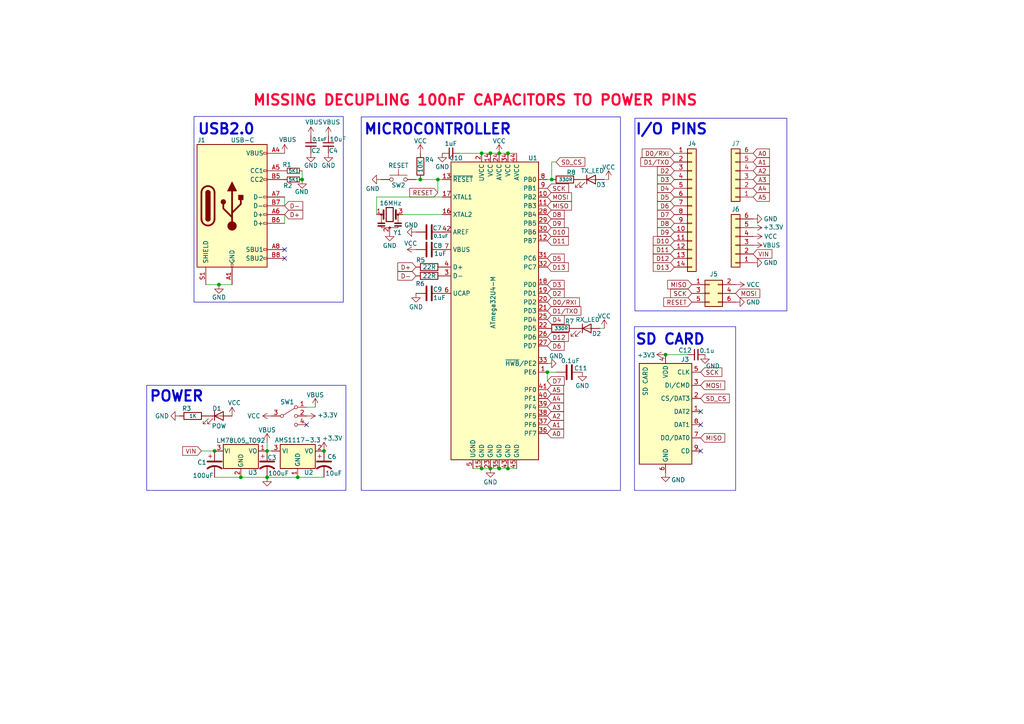
<source format=kicad_sch>
(kicad_sch (version 20231120) (generator "eeschema") (generator_version "8.0")
  (paper "A4")
  (lib_symbols
    (symbol "Connector:USB_C_Receptacle_USB2.0" (pin_names (offset 1.016))
      (property "Reference" "J" (at -10.16 19.05 0))
      (property "Value" "USB_C_Receptacle_USB2.0" (at 19.05 19.05 0))
      (symbol "USB_C_Receptacle_USB2.0_0_0"
        (rectangle (start -0.254 -17.78) (end 0.254 -16.764))
        (rectangle (start 10.16 -14.986) (end 9.144 -15.494))
        (rectangle (start 10.16 -12.446) (end 9.144 -12.954))
        (rectangle (start 10.16 -4.826) (end 9.144 -5.334))
        (rectangle (start 10.16 -2.286) (end 9.144 -2.794))
        (rectangle (start 10.16 0.254) (end 9.144 -0.254))
        (rectangle (start 10.16 2.794) (end 9.144 2.286))
        (rectangle (start 10.16 7.874) (end 9.144 7.366))
        (rectangle (start 10.16 10.414) (end 9.144 9.906))
        (rectangle (start 10.16 15.494) (end 9.144 14.986))
      )
      (symbol "USB_C_Receptacle_USB2.0_0_1"
        (rectangle (start -10.16 17.78) (end 10.16 -17.78) (stroke (width 0.254)) (fill (type background)))
        (arc (start -8.89 -3.81) (mid -6.985 -5.7067) (end -5.08 -3.81) (stroke (width 0.508)))
        (arc (start -7.62 -3.81) (mid -6.985 -4.4423) (end -6.35 -3.81) (stroke (width 0.254)))
        (arc (start -7.62 -3.81) (mid -6.985 -4.4423) (end -6.35 -3.81) (stroke (width 0.254)) (fill (type outline)))
        (rectangle (start -7.62 -3.81) (end -6.35 3.81) (stroke (width 0.254)) (fill (type outline)))
        (arc (start -6.35 3.81) (mid -6.985 4.4423) (end -7.62 3.81) (stroke (width 0.254)))
        (arc (start -6.35 3.81) (mid -6.985 4.4423) (end -7.62 3.81) (stroke (width 0.254)) (fill (type outline)))
        (arc (start -5.08 3.81) (mid -6.985 5.7067) (end -8.89 3.81) (stroke (width 0.508)))
        (circle (center -2.54 1.143) (radius 0.635) (stroke (width 0.254)) (fill (type outline)))
        (circle (center 0 -5.842) (radius 1.27) (fill (type outline)))
        (polyline (pts (xy -8.89 -3.81) (xy -8.89 3.81)) (stroke (width 0.508)))
        (polyline (pts (xy -5.08 3.81) (xy -5.08 -3.81)) (stroke (width 0.508)))
        (polyline (pts (xy 0 -5.842) (xy 0 4.318)) (stroke (width 0.508)))
        (polyline (pts (xy 0 -3.302) (xy -2.54 -0.762) (xy -2.54 0.508)) (stroke (width 0.508)))
        (polyline (pts (xy 0 -2.032) (xy 2.54 0.508) (xy 2.54 1.778)) (stroke (width 0.508)))
        (polyline (pts (xy -1.27 4.318) (xy 0 6.858) (xy 1.27 4.318) (xy -1.27 4.318)) (stroke (width 0.254)) (fill (type outline)))
        (rectangle (start 1.905 1.778) (end 3.175 3.048) (stroke (width 0.254)) (fill (type outline)))
      )
      (symbol "USB_C_Receptacle_USB2.0_1_1"
        (pin passive line (at 0 -22.86 90) (length 5.08) (name "GND") (number "A1"))
        (pin passive line (at 0 -22.86 90) (length 5.08) hide (name "GND") (number "A12"))
        (pin passive line (at 15.24 15.24 180) (length 5.08) (name "VBUS") (number "A4"))
        (pin bidirectional line (at 15.24 10.16 180) (length 5.08) (name "CC1") (number "A5"))
        (pin bidirectional line (at 15.24 -2.54 180) (length 5.08) (name "D+") (number "A6"))
        (pin bidirectional line (at 15.24 2.54 180) (length 5.08) (name "D-") (number "A7"))
        (pin bidirectional line (at 15.24 -12.7 180) (length 5.08) (name "SBU1") (number "A8"))
        (pin passive line (at 15.24 15.24 180) (length 5.08) hide (name "VBUS") (number "A9"))
        (pin passive line (at 0 -22.86 90) (length 5.08) hide (name "GND") (number "B1"))
        (pin passive line (at 0 -22.86 90) (length 5.08) hide (name "GND") (number "B12"))
        (pin passive line (at 15.24 15.24 180) (length 5.08) hide (name "VBUS") (number "B4"))
        (pin bidirectional line (at 15.24 7.62 180) (length 5.08) (name "CC2") (number "B5"))
        (pin bidirectional line (at 15.24 -5.08 180) (length 5.08) (name "D+") (number "B6"))
        (pin bidirectional line (at 15.24 0 180) (length 5.08) (name "D-") (number "B7"))
        (pin bidirectional line (at 15.24 -15.24 180) (length 5.08) (name "SBU2") (number "B8"))
        (pin passive line (at 15.24 15.24 180) (length 5.08) hide (name "VBUS") (number "B9"))
        (pin passive line (at -7.62 -22.86 90) (length 5.08) (name "SHIELD") (number "S1"))
      )
    )
    (symbol "Connector_Generic:Conn_01x06" (pin_names (offset 1.016) hide)
      (property "Reference" "J" (at 0 7.62 0))
      (property "Value" "Conn_01x06" (at 0 -10.16 0))
      (symbol "Conn_01x06_1_1"
        (rectangle (start -1.27 -7.493) (end 0 -7.747) (stroke (width 0.1524)))
        (rectangle (start -1.27 -4.953) (end 0 -5.207) (stroke (width 0.1524)))
        (rectangle (start -1.27 -2.413) (end 0 -2.667) (stroke (width 0.1524)))
        (rectangle (start -1.27 0.127) (end 0 -0.127) (stroke (width 0.1524)))
        (rectangle (start -1.27 2.667) (end 0 2.413) (stroke (width 0.1524)))
        (rectangle (start -1.27 5.207) (end 0 4.953) (stroke (width 0.1524)))
        (rectangle (start -1.27 6.35) (end 1.27 -8.89) (stroke (width 0.254)) (fill (type background)))
        (pin passive line (at -5.08 5.08 0) (length 3.81) (name "Pin_1") (number "1"))
        (pin passive line (at -5.08 2.54 0) (length 3.81) (name "Pin_2") (number "2"))
        (pin passive line (at -5.08 0 0) (length 3.81) (name "Pin_3") (number "3"))
        (pin passive line (at -5.08 -2.54 0) (length 3.81) (name "Pin_4") (number "4"))
        (pin passive line (at -5.08 -5.08 0) (length 3.81) (name "Pin_5") (number "5"))
        (pin passive line (at -5.08 -7.62 0) (length 3.81) (name "Pin_6") (number "6"))
      )
    )
    (symbol "Connector_Generic:Conn_01x14" (pin_names (offset 1.016) hide)
      (property "Reference" "J" (at 0 17.78 0))
      (property "Value" "Conn_01x14" (at 0 -20.32 0))
      (symbol "Conn_01x14_1_1"
        (rectangle (start -1.27 -17.653) (end 0 -17.907) (stroke (width 0.1524)))
        (rectangle (start -1.27 -15.113) (end 0 -15.367) (stroke (width 0.1524)))
        (rectangle (start -1.27 -12.573) (end 0 -12.827) (stroke (width 0.1524)))
        (rectangle (start -1.27 -10.033) (end 0 -10.287) (stroke (width 0.1524)))
        (rectangle (start -1.27 -7.493) (end 0 -7.747) (stroke (width 0.1524)))
        (rectangle (start -1.27 -4.953) (end 0 -5.207) (stroke (width 0.1524)))
        (rectangle (start -1.27 -2.413) (end 0 -2.667) (stroke (width 0.1524)))
        (rectangle (start -1.27 0.127) (end 0 -0.127) (stroke (width 0.1524)))
        (rectangle (start -1.27 2.667) (end 0 2.413) (stroke (width 0.1524)))
        (rectangle (start -1.27 5.207) (end 0 4.953) (stroke (width 0.1524)))
        (rectangle (start -1.27 7.747) (end 0 7.493) (stroke (width 0.1524)))
        (rectangle (start -1.27 10.287) (end 0 10.033) (stroke (width 0.1524)))
        (rectangle (start -1.27 12.827) (end 0 12.573) (stroke (width 0.1524)))
        (rectangle (start -1.27 15.367) (end 0 15.113) (stroke (width 0.1524)))
        (rectangle (start -1.27 16.51) (end 1.27 -19.05) (stroke (width 0.254)) (fill (type background)))
        (pin passive line (at -5.08 15.24 0) (length 3.81) (name "Pin_1") (number "1"))
        (pin passive line (at -5.08 -7.62 0) (length 3.81) (name "Pin_10") (number "10"))
        (pin passive line (at -5.08 -10.16 0) (length 3.81) (name "Pin_11") (number "11"))
        (pin passive line (at -5.08 -12.7 0) (length 3.81) (name "Pin_12") (number "12"))
        (pin passive line (at -5.08 -15.24 0) (length 3.81) (name "Pin_13") (number "13"))
        (pin passive line (at -5.08 -17.78 0) (length 3.81) (name "Pin_14") (number "14"))
        (pin passive line (at -5.08 12.7 0) (length 3.81) (name "Pin_2") (number "2"))
        (pin passive line (at -5.08 10.16 0) (length 3.81) (name "Pin_3") (number "3"))
        (pin passive line (at -5.08 7.62 0) (length 3.81) (name "Pin_4") (number "4"))
        (pin passive line (at -5.08 5.08 0) (length 3.81) (name "Pin_5") (number "5"))
        (pin passive line (at -5.08 2.54 0) (length 3.81) (name "Pin_6") (number "6"))
        (pin passive line (at -5.08 0 0) (length 3.81) (name "Pin_7") (number "7"))
        (pin passive line (at -5.08 -2.54 0) (length 3.81) (name "Pin_8") (number "8"))
        (pin passive line (at -5.08 -5.08 0) (length 3.81) (name "Pin_9") (number "9"))
      )
    )
    (symbol "Connector_Generic:Conn_02x03_Odd_Even" (pin_names (offset 1.016) hide)
      (property "Reference" "J" (at 1.27 5.08 0))
      (property "Value" "Conn_02x03_Odd_Even" (at 1.27 -5.08 0))
      (symbol "Conn_02x03_Odd_Even_1_1"
        (rectangle (start -1.27 -2.413) (end 0 -2.667) (stroke (width 0.1524)))
        (rectangle (start -1.27 0.127) (end 0 -0.127) (stroke (width 0.1524)))
        (rectangle (start -1.27 2.667) (end 0 2.413) (stroke (width 0.1524)))
        (rectangle (start -1.27 3.81) (end 3.81 -3.81) (stroke (width 0.254)) (fill (type background)))
        (rectangle (start 3.81 -2.413) (end 2.54 -2.667) (stroke (width 0.1524)))
        (rectangle (start 3.81 0.127) (end 2.54 -0.127) (stroke (width 0.1524)))
        (rectangle (start 3.81 2.667) (end 2.54 2.413) (stroke (width 0.1524)))
        (pin passive line (at -5.08 2.54 0) (length 3.81) (name "Pin_1") (number "1"))
        (pin passive line (at 7.62 2.54 180) (length 3.81) (name "Pin_2") (number "2"))
        (pin passive line (at -5.08 0 0) (length 3.81) (name "Pin_3") (number "3"))
        (pin passive line (at 7.62 0 180) (length 3.81) (name "Pin_4") (number "4"))
        (pin passive line (at -5.08 -2.54 0) (length 3.81) (name "Pin_5") (number "5"))
        (pin passive line (at 7.62 -2.54 180) (length 3.81) (name "Pin_6") (number "6"))
      )
    )
    (symbol "Device:C" (pin_numbers hide) (pin_names (offset 0.254))
      (property "Reference" "C" (at 0.635 2.54 0))
      (property "Value" "C" (at 0.635 -2.54 0))
      (symbol "C_0_1"
        (polyline (pts (xy -2.032 -0.762) (xy 2.032 -0.762)) (stroke (width 0.508)))
        (polyline (pts (xy -2.032 0.762) (xy 2.032 0.762)) (stroke (width 0.508)))
      )
      (symbol "C_1_1"
        (pin passive line (at 0 3.81 270) (length 2.794) (name "~") (number "1"))
        (pin passive line (at 0 -3.81 90) (length 2.794) (name "~") (number "2"))
      )
    )
    (symbol "Device:C_Polarized_US" (pin_numbers hide) (pin_names (offset 0.254) hide)
      (property "Reference" "C" (at 0.635 2.54 0))
      (property "Value" "C_Polarized_US" (at 0.635 -2.54 0))
      (symbol "C_Polarized_US_0_1"
        (polyline (pts (xy -2.032 0.762) (xy 2.032 0.762)) (stroke (width 0.508)))
        (polyline (pts (xy -1.778 2.286) (xy -0.762 2.286)))
        (polyline (pts (xy -1.27 1.778) (xy -1.27 2.794)))
        (arc (start 2.032 -1.27) (mid 0 -0.5572) (end -2.032 -1.27) (stroke (width 0.508)))
      )
      (symbol "C_Polarized_US_1_1"
        (pin passive line (at 0 3.81 270) (length 2.794) (name "~") (number "1"))
        (pin passive line (at 0 -3.81 90) (length 3.302) (name "~") (number "2"))
      )
    )
    (symbol "Device:C_Small" (pin_numbers hide) (pin_names (offset 0.254) hide)
      (property "Reference" "C" (at 0.254 1.778 0))
      (property "Value" "C_Small" (at 0.254 -2.032 0))
      (symbol "C_Small_0_1"
        (polyline (pts (xy -1.524 -0.508) (xy 1.524 -0.508)) (stroke (width 0.3302)))
        (polyline (pts (xy -1.524 0.508) (xy 1.524 0.508)) (stroke (width 0.3048)))
      )
      (symbol "C_Small_1_1"
        (pin passive line (at 0 2.54 270) (length 2.032) (name "~") (number "1"))
        (pin passive line (at 0 -2.54 90) (length 2.032) (name "~") (number "2"))
      )
    )
    (symbol "Device:LED" (pin_numbers hide) (pin_names (offset 1.016) hide)
      (property "Reference" "D" (at 0 2.54 0))
      (property "Value" "LED" (at 0 -2.54 0))
      (symbol "LED_0_1"
        (polyline (pts (xy -1.27 -1.27) (xy -1.27 1.27)) (stroke (width 0.254)))
        (polyline (pts (xy -1.27 0) (xy 1.27 0)))
        (polyline (pts (xy 1.27 -1.27) (xy 1.27 1.27) (xy -1.27 0) (xy 1.27 -1.27)) (stroke (width 0.254)))
        (polyline (pts (xy -3.048 -0.762) (xy -4.572 -2.286) (xy -3.81 -2.286) (xy -4.572 -2.286) (xy -4.572 -1.524)))
        (polyline (pts (xy -1.778 -0.762) (xy -3.302 -2.286) (xy -2.54 -2.286) (xy -3.302 -2.286) (xy -3.302 -1.524)))
      )
      (symbol "LED_1_1"
        (pin passive line (at -3.81 0 0) (length 2.54) (name "K") (number "1"))
        (pin passive line (at 3.81 0 180) (length 2.54) (name "A") (number "2"))
      )
    )
    (symbol "Device:R" (pin_numbers hide) (pin_names (offset 0))
      (property "Reference" "R" (at 2.032 0 90))
      (property "Value" "R" (at 0 0 90))
      (symbol "R_0_1"
        (rectangle (start -1.016 -2.54) (end 1.016 2.54) (stroke (width 0.254)))
      )
      (symbol "R_1_1"
        (pin passive line (at 0 3.81 270) (length 1.27) (name "~") (number "1"))
        (pin passive line (at 0 -3.81 90) (length 1.27) (name "~") (number "2"))
      )
    )
    (symbol "Device:R_Small" (pin_numbers hide) (pin_names (offset 0.254) hide)
      (property "Reference" "R" (at 0.762 0.508 0))
      (property "Value" "R_Small" (at 0.762 -1.016 0))
      (symbol "R_Small_0_1"
        (rectangle (start -0.762 1.778) (end 0.762 -1.778) (stroke (width 0.2032)))
      )
      (symbol "R_Small_1_1"
        (pin passive line (at 0 2.54 270) (length 0.762) (name "~") (number "1"))
        (pin passive line (at 0 -2.54 90) (length 0.762) (name "~") (number "2"))
      )
    )
    (symbol "Device:Resonator" (pin_names (offset 1.016) hide)
      (property "Reference" "Y" (at 0 5.715 0))
      (property "Value" "Resonator" (at 0 3.81 0))
      (symbol "Resonator_0_1"
        (rectangle (start -3.429 -3.175) (end -1.397 -3.429) (fill (type outline)))
        (rectangle (start -3.429 -2.413) (end -1.397 -2.667) (fill (type outline)))
        (circle (center -2.413 0) (radius 0.254) (fill (type outline)))
        (rectangle (start -1.016 2.032) (end 1.016 -2.032) (stroke (width 0.3048)))
        (circle (center 0 -3.81) (radius 0.254) (fill (type outline)))
        (polyline (pts (xy -2.413 -2.413) (xy -2.413 0)))
        (polyline (pts (xy -1.905 0) (xy -3.175 0)))
        (polyline (pts (xy -1.778 -1.27) (xy -1.778 1.27)) (stroke (width 0.508)))
        (polyline (pts (xy 1.778 -1.27) (xy 1.778 1.27)) (stroke (width 0.508)))
        (polyline (pts (xy 1.905 0) (xy 2.54 0)))
        (polyline (pts (xy 2.413 0) (xy 2.413 -2.54)))
        (polyline (pts (xy 2.413 -3.302) (xy 2.413 -3.81) (xy -2.413 -3.81) (xy -2.413 -3.302)))
        (rectangle (start 1.397 -3.175) (end 3.429 -3.429) (fill (type outline)))
        (rectangle (start 1.397 -2.413) (end 3.429 -2.667) (fill (type outline)))
        (circle (center 2.413 0) (radius 0.254) (fill (type outline)))
      )
      (symbol "Resonator_1_1"
        (pin passive line (at -3.81 0 0) (length 1.27) (name "1") (number "1"))
        (pin passive line (at 0 -5.08 90) (length 1.27) (name "2") (number "2"))
        (pin passive line (at 3.81 0 180) (length 1.27) (name "3") (number "3"))
      )
    )
    (symbol "MCU_Microchip_ATmega:ATmega32U4-M"
      (property "Value" "ATmega32U4-M" (at -0.508 -5.207 90))
      (symbol "ATmega32U4-M_0_1"
        (rectangle (start -12.7 43.18) (end 12.7 -43.18) (stroke (width 0.254)) (fill (type background)))
      )
      (symbol "ATmega32U4-M_1_1"
        (pin bidirectional line (at 15.24 -17.78 180) (length 2.54) (name "PE6") (number "1"))
        (pin bidirectional line (at 15.24 33.02 180) (length 2.54) (name "PB2") (number "10"))
        (pin bidirectional line (at 15.24 30.48 180) (length 2.54) (name "PB3") (number "11"))
        (pin bidirectional line (at 15.24 20.32 180) (length 2.54) (name "PB7") (number "12"))
        (pin input line (at -15.24 38.1 0) (length 2.54) (name "~{RESET}") (number "13"))
        (pin power_in line (at -1.27 45.72 270) (length 2.54) (name "VCC") (number "14"))
        (pin power_in line (at -3.81 -45.72 90) (length 2.54) (name "GND") (number "15"))
        (pin output line (at -15.24 27.94 0) (length 2.54) (name "XTAL2") (number "16"))
        (pin input line (at -15.24 33.02 0) (length 2.54) (name "XTAL1") (number "17"))
        (pin bidirectional line (at 15.24 7.62 180) (length 2.54) (name "PD0") (number "18"))
        (pin bidirectional line (at 15.24 5.08 180) (length 2.54) (name "PD1") (number "19"))
        (pin power_in line (at -3.81 45.72 270) (length 2.54) (name "UVCC") (number "2"))
        (pin bidirectional line (at 15.24 2.54 180) (length 2.54) (name "PD2") (number "20"))
        (pin bidirectional line (at 15.24 0 180) (length 2.54) (name "PD3") (number "21"))
        (pin bidirectional line (at 15.24 -5.08 180) (length 2.54) (name "PD5") (number "22"))
        (pin passive line (at -1.27 -45.72 90) (length 2.54) (name "GND") (number "23"))
        (pin power_in line (at 1.27 45.72 270) (length 2.54) (name "AVCC") (number "24"))
        (pin bidirectional line (at 15.24 -2.54 180) (length 2.54) (name "PD4") (number "25"))
        (pin bidirectional line (at 15.24 -7.62 180) (length 2.54) (name "PD6") (number "26"))
        (pin bidirectional line (at 15.24 -10.16 180) (length 2.54) (name "PD7") (number "27"))
        (pin bidirectional line (at 15.24 27.94 180) (length 2.54) (name "PB4") (number "28"))
        (pin bidirectional line (at 15.24 25.4 180) (length 2.54) (name "PB5") (number "29"))
        (pin bidirectional line (at -15.24 10.16 0) (length 2.54) (name "D-") (number "3"))
        (pin bidirectional line (at 15.24 22.86 180) (length 2.54) (name "PB6") (number "30"))
        (pin bidirectional line (at 15.24 15.24 180) (length 2.54) (name "PC6") (number "31"))
        (pin bidirectional line (at 15.24 12.7 180) (length 2.54) (name "PC7") (number "32"))
        (pin bidirectional line (at 15.24 -15.24 180) (length 2.54) (name "~{HWB}/PE2") (number "33"))
        (pin passive line (at 3.81 45.72 270) (length 2.54) (name "VCC") (number "34"))
        (pin passive line (at 1.27 -45.72 90) (length 2.54) (name "GND") (number "35"))
        (pin bidirectional line (at 15.24 -35.56 180) (length 2.54) (name "PF7") (number "36"))
        (pin bidirectional line (at 15.24 -33.02 180) (length 2.54) (name "PF6") (number "37"))
        (pin bidirectional line (at 15.24 -30.48 180) (length 2.54) (name "PF5") (number "38"))
        (pin bidirectional line (at 15.24 -27.94 180) (length 2.54) (name "PF4") (number "39"))
        (pin bidirectional line (at -15.24 12.7 0) (length 2.54) (name "D+") (number "4"))
        (pin bidirectional line (at 15.24 -25.4 180) (length 2.54) (name "PF1") (number "40"))
        (pin bidirectional line (at 15.24 -22.86 180) (length 2.54) (name "PF0") (number "41"))
        (pin passive line (at -15.24 22.86 0) (length 2.54) (name "AREF") (number "42"))
        (pin passive line (at 3.81 -45.72 90) (length 2.54) (name "GND") (number "43"))
        (pin passive line (at 6.35 45.72 270) (length 2.54) (name "AVCC") (number "44"))
        (pin passive line (at 6.35 -45.72 90) (length 2.54) (name "GND") (number "45"))
        (pin passive line (at -6.35 -45.72 90) (length 2.54) (name "UGND") (number "5"))
        (pin passive line (at -15.24 5.08 0) (length 2.54) (name "UCAP") (number "6"))
        (pin input line (at -15.24 17.78 0) (length 2.54) (name "VBUS") (number "7"))
        (pin bidirectional line (at 15.24 38.1 180) (length 2.54) (name "PB0") (number "8"))
        (pin bidirectional line (at 15.24 35.56 180) (length 2.54) (name "PB1") (number "9"))
      )
    )
    (symbol "Regulator_Linear:AMS1117-3.3"
      (property "Reference" "U" (at -3.81 3.175 0))
      (property "Value" "AMS1117-3.3" (at 0 3.175 0))
      (symbol "AMS1117-3.3_0_1"
        (rectangle (start -5.08 -5.08) (end 5.08 1.905) (stroke (width 0.254)) (fill (type background)))
      )
      (symbol "AMS1117-3.3_1_1"
        (pin power_in line (at 0 -7.62 90) (length 2.54) (name "GND") (number "1"))
        (pin power_out line (at 7.62 0 180) (length 2.54) (name "VO") (number "2"))
        (pin power_in line (at -7.62 0 0) (length 2.54) (name "VI") (number "3"))
      )
    )
    (symbol "Regulator_Linear:LM78L05_TO92" (pin_names (offset 0.254))
      (property "Reference" "U" (at -3.81 3.175 0))
      (property "Value" "LM78L05_TO92" (at 0 3.175 0))
      (symbol "LM78L05_TO92_0_1"
        (rectangle (start -5.08 -5.08) (end 5.08 1.905) (stroke (width 0.254)) (fill (type background)))
      )
      (symbol "LM78L05_TO92_1_1"
        (pin power_out line (at 7.62 0 180) (length 2.54) (name "VO") (number "1"))
        (pin power_in line (at 0 -7.62 90) (length 2.54) (name "GND") (number "2"))
        (pin power_in line (at -7.62 0 0) (length 2.54) (name "VI") (number "3"))
      )
    )
    (symbol "Switch:SW_Push" (pin_numbers hide) (pin_names (offset 1.016) hide)
      (property "Reference" "SW" (at 1.27 2.54 0))
      (property "Value" "SW_Push" (at 0 -1.524 0))
      (symbol "SW_Push_0_1"
        (circle (center -2.032 0) (radius 0.508))
        (polyline (pts (xy 0 1.27) (xy 0 3.048)))
        (polyline (pts (xy 2.54 1.27) (xy -2.54 1.27)))
        (circle (center 2.032 0) (radius 0.508))
        (pin passive line (at -5.08 0 0) (length 2.54) (name "1") (number "1"))
        (pin passive line (at 5.08 0 180) (length 2.54) (name "2") (number "2"))
      )
    )
    (symbol "Switch:SW_SP3T" (pin_names (offset 0) hide)
      (property "Reference" "SW4" (at 0 8.89 0))
      (property "Value" "SW_SP3T" (at 0 6.35 0))
      (symbol "SW_SP3T_0_1"
        (circle (center -2.032 0) (radius 0.4572))
        (polyline (pts (xy -1.651 0.254) (xy 1.651 2.286)))
        (circle (center 2.032 -2.54) (radius 0.4572))
        (circle (center 2.032 0) (radius 0.4572))
        (circle (center 2.032 2.54) (radius 0.4572))
      )
      (symbol "SW_SP3T_1_1"
        (pin passive line (at 5.08 2.54 180) (length 2.54) (name "1") (number "1"))
        (pin passive line (at 5.08 0 180) (length 2.54) (name "2") (number "2"))
        (pin passive line (at -5.08 0 0) (length 2.54) (name "3") (number "3"))
        (pin passive line (at 5.08 -2.54 180) (length 2.54) (name "4") (number "4"))
      )
    )
    (symbol "osw-rescue:SD_ebay-uSD-push_push_SMD-open-Smartwatch"
      (property "Reference" "XS" (at 6.35 -16.51 0))
      (property "Value" "SD_ebay-uSD-push_push_SMD-open-Smartwatch" (at -8.89 -1.27 90))
      (symbol "SD_ebay-uSD-push_push_SMD-open-Smartwatch_0_0"
        (rectangle (start 7.62 13.97) (end -7.62 -15.24) (stroke (width 0.254)) (fill (type background)))
      )
      (symbol "SD_ebay-uSD-push_push_SMD-open-Smartwatch_1_1"
        (pin bidirectional line (at 10.16 0 180) (length 2.54) (name "DAT2") (number "1"))
        (pin input line (at 10.16 3.81 180) (length 2.54) (name "CS/DAT3") (number "2"))
        (pin input line (at 10.16 7.62 180) (length 2.54) (name "DI/CMD") (number "3"))
        (pin input line (at 0 16.51 270) (length 2.54) (name "VDD") (number "4"))
        (pin input line (at 10.16 11.43 180) (length 2.54) (name "CLK") (number "5"))
        (pin input line (at 0 -17.78 90) (length 2.54) (name "GND") (number "6"))
        (pin input line (at 10.16 -7.62 180) (length 2.54) (name "DO/DAT0") (number "7"))
        (pin bidirectional line (at 10.16 -3.81 180) (length 2.54) (name "DAT1") (number "8"))
        (pin input line (at 10.16 -11.43 180) (length 2.54) (name "CD") (number "9"))
      )
    )
    (symbol "power:+3.3V" (power) (pin_names (offset 0))
      (property "Value" "+3.3V" (at 0 3.556 0))
      (symbol "+3.3V_0_1"
        (polyline (pts (xy -0.762 1.27) (xy 0 2.54)))
        (polyline (pts (xy 0 0) (xy 0 2.54)))
        (polyline (pts (xy 0 2.54) (xy 0.762 1.27)))
      )
      (symbol "+3.3V_1_1"
        (pin power_in line (at 0 0 90) (length 0) hide (name "+3.3V") (number "1"))
      )
    )
    (symbol "power:+3V3" (power) (pin_names (offset 0))
      (property "Value" "+3V3" (at 0 3.556 0))
      (symbol "+3V3_0_1"
        (polyline (pts (xy -0.762 1.27) (xy 0 2.54)))
        (polyline (pts (xy 0 0) (xy 0 2.54)))
        (polyline (pts (xy 0 2.54) (xy 0.762 1.27)))
      )
      (symbol "+3V3_1_1"
        (pin power_in line (at 0 0 90) (length 0) hide (name "+3V3") (number "1"))
      )
    )
    (symbol "power:GND" (power) (pin_names (offset 0))
      (property "Value" "GND" (at 0 -3.81 0))
      (symbol "GND_0_1"
        (polyline (pts (xy 0 0) (xy 0 -1.27) (xy 1.27 -1.27) (xy 0 -2.54) (xy -1.27 -1.27) (xy 0 -1.27)))
      )
      (symbol "GND_1_1"
        (pin power_in line (at 0 0 270) (length 0) hide (name "GND") (number "1"))
      )
    )
    (symbol "power:VBUS" (power) (pin_names (offset 0))
      (property "Value" "VBUS" (at 0 3.81 0))
      (symbol "VBUS_0_1"
        (polyline (pts (xy -0.762 1.27) (xy 0 2.54)))
        (polyline (pts (xy 0 0) (xy 0 2.54)))
        (polyline (pts (xy 0 2.54) (xy 0.762 1.27)))
      )
      (symbol "VBUS_1_1"
        (pin power_in line (at 0 0 90) (length 0) hide (name "VBUS") (number "1"))
      )
    )
    (symbol "power:VCC" (power) (pin_names (offset 0))
      (property "Value" "VCC" (at 0 3.81 0))
      (symbol "VCC_0_1"
        (polyline (pts (xy -0.762 1.27) (xy 0 2.54)))
        (polyline (pts (xy 0 0) (xy 0 2.54)))
        (polyline (pts (xy 0 2.54) (xy 0.762 1.27)))
      )
      (symbol "VCC_1_1"
        (pin power_in line (at 0 0 90) (length 0) hide (name "VCC") (number "1"))
      )
    )
  )
  (junction (at 63.5 82.55))
  (junction (at 139.7 44.45))
  (junction (at 142.24 44.45))
  (junction (at 69.85 138.43))
  (junction (at 147.32 135.89))
  (junction (at 121.92 52.07))
  (junction (at 193.04 102.87))
  (junction (at 160.02 52.07))
  (junction (at 142.24 135.89))
  (junction (at 77.47 138.43))
  (junction (at 86.36 138.43))
  (junction (at 144.78 135.89))
  (junction (at 77.47 130.81))
  (junction (at 144.78 44.45))
  (junction (at 93.98 130.81))
  (junction (at 87.63 52.07))
  (junction (at 158.75 107.95))
  (junction (at 147.32 44.45))
  (junction (at 127 52.07))
  (junction (at 139.7 135.89))
  (junction (at 62.23 130.81))
  (no_connect (at 203.2 123.19))
  (no_connect (at 203.2 130.81))
  (no_connect (at 82.55 74.93))
  (no_connect (at 88.9 123.19))
  (no_connect (at 203.2 119.38))
  (no_connect (at 82.55 72.39))
  (wire (pts (xy 133.35 44.45) (xy 139.7 44.45)))
  (wire (pts (xy 127 55.88) (xy 127 52.07)))
  (wire (pts (xy 77.47 138.43) (xy 86.36 138.43)))
  (wire (pts (xy 120.65 52.07) (xy 121.92 52.07)))
  (wire (pts (xy 82.55 59.69) (xy 82.55 57.15)))
  (wire (pts (xy 58.42 130.81) (xy 62.23 130.81)))
  (wire (pts (xy 161.29 107.95) (xy 158.75 107.95)))
  (wire (pts (xy 161.29 46.99) (xy 160.02 46.99)))
  (wire (pts (xy 175.26 95.25) (xy 173.99 95.25)))
  (wire (pts (xy 59.69 82.55) (xy 63.5 82.55)))
  (wire (pts (xy 109.22 57.15) (xy 128.27 57.15)))
  (wire (pts (xy 77.47 130.81) (xy 78.74 130.81)))
  (wire (pts (xy 116.84 62.23) (xy 128.27 62.23)))
  (wire (pts (xy 77.47 128.27) (xy 77.47 130.81)))
  (wire (pts (xy 121.92 52.07) (xy 127 52.07)))
  (wire (pts (xy 160.02 46.99) (xy 160.02 52.07)))
  (wire (pts (xy 139.7 135.89) (xy 137.16 135.89)))
  (wire (pts (xy 63.5 82.55) (xy 67.31 82.55)))
  (wire (pts (xy 62.23 138.43) (xy 69.85 138.43)))
  (wire (pts (xy 144.78 44.45) (xy 147.32 44.45)))
  (wire (pts (xy 82.55 64.77) (xy 82.55 62.23)))
  (wire (pts (xy 158.75 110.49) (xy 158.75 107.95)))
  (wire (pts (xy 139.7 44.45) (xy 142.24 44.45)))
  (wire (pts (xy 147.32 44.45) (xy 149.86 44.45)))
  (wire (pts (xy 160.02 52.07) (xy 158.75 52.07)))
  (wire (pts (xy 199.39 102.87) (xy 193.04 102.87)))
  (wire (pts (xy 147.32 135.89) (xy 149.86 135.89)))
  (wire (pts (xy 142.24 135.89) (xy 144.78 135.89)))
  (wire (pts (xy 139.7 135.89) (xy 142.24 135.89)))
  (wire (pts (xy 91.44 118.11) (xy 88.9 118.11)))
  (wire (pts (xy 142.24 44.45) (xy 144.78 44.45)))
  (wire (pts (xy 86.36 138.43) (xy 93.98 138.43)))
  (wire (pts (xy 87.63 49.53) (xy 87.63 52.07)))
  (wire (pts (xy 69.85 138.43) (xy 77.47 138.43)))
  (wire (pts (xy 127 52.07) (xy 128.27 52.07)))
  (wire (pts (xy 144.78 135.89) (xy 147.32 135.89)))
  (wire (pts (xy 109.22 62.23) (xy 109.22 57.15)))
  (wire (pts (xy 176.53 52.07) (xy 175.26 52.07)))
  (rectangle (start 42.545 111.76) (end 100.33 142.24))
  (rectangle (start 56.261 33.782) (end 99.568 87.63))
  (rectangle (start 184.023 94.742) (end 213.36 142.24))
  (rectangle (start 104.775 33.909) (end 179.959 142.24))
  (rectangle (start 184.15 34.29) (end 228.219 90.17))
  (text "USB2.0" (at 57.15 39.37 0) (effects (font (size 3 3) (thickness 0.6) (bold yes)) (justify left bottom)))
  (text "SD CARD" (at 184.15 100.33 0) (effects (font (size 3 3) (thickness 0.6) (bold yes)) (justify left bottom)))
  (text "I/O PINS" (at 184.15 39.37 0) (effects (font (size 3 3) (bold yes)) (justify left bottom)))
  (text "MICROCONTROLLER" (at 105.41 39.37 0) (effects (font (size 3 3) (thickness 0.6) (bold yes)) (justify left bottom)))
  (text "MISSING DECUPLING 100nF CAPACITORS TO POWER PINS" (at 73.152 30.988 0) (effects (font (size 3 3) (thickness 0.6) (bold yes)) (justify left bottom)))
  (text "POWER" (at 43.18 116.84 0) (effects (font (size 3 3) (thickness 0.6) (bold yes)) (justify left bottom)))
  (global_label "D1{slash}TXO" (shape input) (at 195.58 46.99 180) (property "Intersheetrefs" "${INTERSHEET_REFS}" (effects (hide yes))))
  (global_label "D5" (shape input) (at 158.75 74.93 0) (property "Intersheetrefs" "${INTERSHEET_REFS}" (effects (hide yes))))
  (global_label "D-" (shape input) (at 82.55 59.69 0) (property "Intersheetrefs" "${INTERSHEET_REFS}" (effects (hide yes))))
  (global_label "MOSI" (shape input) (at 203.2 111.76 0) (property "Intersheetrefs" "${INTERSHEET_REFS}" (effects (hide yes))))
  (global_label "A4" (shape input) (at 218.44 54.61 0) (property "Intersheetrefs" "${INTERSHEET_REFS}" (effects (hide yes))))
  (global_label "SD_CS" (shape input) (at 161.29 46.99 0) (property "Intersheetrefs" "${INTERSHEET_REFS}" (effects (hide yes))))
  (global_label "D1{slash}TXO" (shape input) (at 158.75 90.17 0) (property "Intersheetrefs" "${INTERSHEET_REFS}" (effects (hide yes))))
  (global_label "D6" (shape input) (at 158.75 100.33 0) (property "Intersheetrefs" "${INTERSHEET_REFS}" (effects (hide yes))))
  (global_label "SCK" (shape input) (at 158.75 54.61 0) (property "Intersheetrefs" "${INTERSHEET_REFS}" (effects (hide yes))))
  (global_label "SCK" (shape input) (at 203.2 107.95 0) (property "Intersheetrefs" "${INTERSHEET_REFS}" (effects (hide yes))))
  (global_label "D7" (shape input) (at 195.58 62.23 180) (property "Intersheetrefs" "${INTERSHEET_REFS}" (effects (hide yes))))
  (global_label "D9" (shape input) (at 195.58 67.31 180) (property "Intersheetrefs" "${INTERSHEET_REFS}" (effects (hide yes))))
  (global_label "D0{slash}RXI" (shape input) (at 195.58 44.45 180) (property "Intersheetrefs" "${INTERSHEET_REFS}" (effects (hide yes))))
  (global_label "D13" (shape input) (at 158.75 77.47 0) (property "Intersheetrefs" "${INTERSHEET_REFS}" (effects (hide yes))))
  (global_label "D11" (shape input) (at 195.58 72.39 180) (property "Intersheetrefs" "${INTERSHEET_REFS}" (effects (hide yes))))
  (global_label "A2" (shape input) (at 158.75 120.65 0) (property "Intersheetrefs" "${INTERSHEET_REFS}" (effects (hide yes))))
  (global_label "MOSI" (shape input) (at 213.36 85.09 0) (property "Intersheetrefs" "${INTERSHEET_REFS}" (effects (hide yes))))
  (global_label "D12" (shape input) (at 195.58 74.93 180) (property "Intersheetrefs" "${INTERSHEET_REFS}" (effects (hide yes))))
  (global_label "D8" (shape input) (at 158.75 62.23 0) (property "Intersheetrefs" "${INTERSHEET_REFS}" (effects (hide yes))))
  (global_label "MISO" (shape input) (at 203.2 127 0) (property "Intersheetrefs" "${INTERSHEET_REFS}" (effects (hide yes))))
  (global_label "D9" (shape input) (at 158.75 64.77 0) (property "Intersheetrefs" "${INTERSHEET_REFS}" (effects (hide yes))))
  (global_label "D4" (shape input) (at 195.58 54.61 180) (property "Intersheetrefs" "${INTERSHEET_REFS}" (effects (hide yes))))
  (global_label "A3" (shape input) (at 158.75 118.11 0) (property "Intersheetrefs" "${INTERSHEET_REFS}" (effects (hide yes))))
  (global_label "A3" (shape input) (at 218.44 52.07 0) (property "Intersheetrefs" "${INTERSHEET_REFS}" (effects (hide yes))))
  (global_label "D3" (shape input) (at 158.75 82.55 0) (property "Intersheetrefs" "${INTERSHEET_REFS}" (effects (hide yes))))
  (global_label "D8" (shape input) (at 195.58 64.77 180) (property "Intersheetrefs" "${INTERSHEET_REFS}" (effects (hide yes))))
  (global_label "MISO" (shape input) (at 158.75 59.69 0) (property "Intersheetrefs" "${INTERSHEET_REFS}" (effects (hide yes))))
  (global_label "D3" (shape input) (at 195.58 52.07 180) (property "Intersheetrefs" "${INTERSHEET_REFS}" (effects (hide yes))))
  (global_label "D7" (shape input) (at 158.75 110.49 0) (property "Intersheetrefs" "${INTERSHEET_REFS}" (effects (hide yes))))
  (global_label "A2" (shape input) (at 218.44 49.53 0) (property "Intersheetrefs" "${INTERSHEET_REFS}" (effects (hide yes))))
  (global_label "VIN" (shape input) (at 58.42 130.81 180) (property "Intersheetrefs" "${INTERSHEET_REFS}" (effects (hide yes))))
  (global_label "D6" (shape input) (at 195.58 59.69 180) (property "Intersheetrefs" "${INTERSHEET_REFS}" (effects (hide yes))))
  (global_label "A1" (shape input) (at 218.44 46.99 0) (property "Intersheetrefs" "${INTERSHEET_REFS}" (effects (hide yes))))
  (global_label "A1" (shape input) (at 158.75 123.19 0) (property "Intersheetrefs" "${INTERSHEET_REFS}" (effects (hide yes))))
  (global_label "SCK" (shape input) (at 200.66 85.09 180) (property "Intersheetrefs" "${INTERSHEET_REFS}" (effects (hide yes))))
  (global_label "MOSI" (shape input) (at 158.75 57.15 0) (property "Intersheetrefs" "${INTERSHEET_REFS}" (effects (hide yes))))
  (global_label "D+" (shape input) (at 82.55 62.23 0) (property "Intersheetrefs" "${INTERSHEET_REFS}" (effects (hide yes))))
  (global_label "D+" (shape input) (at 120.65 77.47 180) (property "Intersheetrefs" "${INTERSHEET_REFS}" (effects (hide yes))))
  (global_label "RESET" (shape input) (at 127 55.88 180) (property "Intersheetrefs" "${INTERSHEET_REFS}" (effects (hide yes))))
  (global_label "D10" (shape input) (at 158.75 67.31 0) (property "Intersheetrefs" "${INTERSHEET_REFS}" (effects (hide yes))))
  (global_label "A4" (shape input) (at 158.75 115.57 0) (property "Intersheetrefs" "${INTERSHEET_REFS}" (effects (hide yes))))
  (global_label "D4" (shape input) (at 158.75 92.71 0) (property "Intersheetrefs" "${INTERSHEET_REFS}" (effects (hide yes))))
  (global_label "A0" (shape input) (at 218.44 44.45 0) (property "Intersheetrefs" "${INTERSHEET_REFS}" (effects (hide yes))))
  (global_label "D11" (shape input) (at 158.75 69.85 0) (property "Intersheetrefs" "${INTERSHEET_REFS}" (effects (hide yes))))
  (global_label "SD_CS" (shape input) (at 203.2 115.57 0) (property "Intersheetrefs" "${INTERSHEET_REFS}" (effects (hide yes))))
  (global_label "VIN" (shape input) (at 218.44 73.66 0) (property "Intersheetrefs" "${INTERSHEET_REFS}" (effects (hide yes))))
  (global_label "D13" (shape input) (at 195.58 77.47 180) (property "Intersheetrefs" "${INTERSHEET_REFS}" (effects (hide yes))))
  (global_label "D2" (shape input) (at 158.75 85.09 0) (property "Intersheetrefs" "${INTERSHEET_REFS}" (effects (hide yes))))
  (global_label "D0{slash}RXI" (shape input) (at 158.75 87.63 0) (property "Intersheetrefs" "${INTERSHEET_REFS}" (effects (hide yes))))
  (global_label "D12" (shape input) (at 158.75 97.79 0) (property "Intersheetrefs" "${INTERSHEET_REFS}" (effects (hide yes))))
  (global_label "D10" (shape input) (at 195.58 69.85 180) (property "Intersheetrefs" "${INTERSHEET_REFS}" (effects (hide yes))))
  (global_label "A0" (shape input) (at 158.75 125.73 0) (property "Intersheetrefs" "${INTERSHEET_REFS}" (effects (hide yes))))
  (global_label "D2" (shape input) (at 195.58 49.53 180) (property "Intersheetrefs" "${INTERSHEET_REFS}" (effects (hide yes))))
  (global_label "A5" (shape input) (at 158.75 113.03 0) (property "Intersheetrefs" "${INTERSHEET_REFS}" (effects (hide yes))))
  (global_label "RESET" (shape input) (at 200.66 87.63 180) (property "Intersheetrefs" "${INTERSHEET_REFS}" (effects (hide yes))))
  (global_label "D-" (shape input) (at 120.65 80.01 180) (property "Intersheetrefs" "${INTERSHEET_REFS}" (effects (hide yes))))
  (global_label "A5" (shape input) (at 218.44 57.15 0) (property "Intersheetrefs" "${INTERSHEET_REFS}" (effects (hide yes))))
  (global_label "D5" (shape input) (at 195.58 57.15 180) (property "Intersheetrefs" "${INTERSHEET_REFS}" (effects (hide yes))))
  (global_label "MISO" (shape input) (at 200.66 82.55 180) (property "Intersheetrefs" "${INTERSHEET_REFS}" (effects (hide yes))))
  (symbol (lib_id "power:VBUS") (at 95.25 39.37 0) (unit 1)
    (property "Reference" "#PWR09" (effects (hide yes)))
    (property "Value" "VBUS" (at 96.139 35.433 0))
  )
  (symbol (lib_id "Device:C_Small") (at 201.93 102.87 90) (unit 1)
    (property "Reference" "C12" (at 200.66 101.6 90) (effects (justify left)))
    (property "Value" "0.1u" (at 207.264 101.727 90) (effects (justify left)))
    (property "Footprint" "Capacitor_SMD:C_0603_1608Metric_Pad1.08x0.95mm_HandSolder" (effects (hide yes)))
  )
  (symbol (lib_id "power:GND") (at 87.63 52.07 0) (unit 1)
    (property "Reference" "#PWR05" (effects (hide yes)))
    (property "Value" "GND" (at 85.471 55.626 0) (effects (justify left)))
  )
  (symbol (lib_id "Switch:SW_SP3T") (at 83.82 120.65 0) (unit 1)
    (property "Reference" "SW1" (at 83.312 116.586 0))
    (property "Value" "SW_SP3T" (effects (hide yes)))
    (property "Description" "Switch, three position, single pole triple throw, 3 position switch, SP3T" (effects (hide yes)))
  )
  (symbol (lib_id "power:VCC") (at 78.74 120.65 90) (unit 1)
    (property "Reference" "#PWR041" (effects (hide yes)))
    (property "Value" "VCC" (at 75.565 120.65 90) (effects (justify left)))
  )
  (symbol (lib_id "Connector_Generic:Conn_01x14") (at 200.66 59.69 0) (unit 1)
    (property "Reference" "J4" (at 199.517 41.656 0) (effects (justify left)))
    (property "Value" "Conn_01x14" (effects (hide yes)))
    (property "Footprint" "Connector_PinHeader_2.54mm:PinHeader_1x14_P2.54mm_Vertical" (effects (hide yes)))
  )
  (symbol (lib_id "power:GND") (at 120.65 67.31 270) (unit 1)
    (property "Reference" "#PWR020" (effects (hide yes)))
    (property "Value" "GND" (at 119.253 65.278 90))
  )
  (symbol (lib_id "power:+3.3V") (at 218.44 66.04 270) (unit 1)
    (property "Reference" "#PWR037" (effects (hide yes)))
    (property "Value" "+3.3V" (at 224.282 65.913 90))
  )
  (symbol (lib_id "power:GND") (at 213.36 87.63 90) (unit 1)
    (property "Reference" "#PWR035" (effects (hide yes)))
    (property "Value" "GND" (at 218.44 87.63 90))
  )
  (symbol (lib_id "Device:R_Small") (at 85.09 52.07 90) (unit 1)
    (property "Reference" "R2" (at 84.836 53.848 90) (effects (justify left)))
    (property "Value" "5K1" (at 86.741 52.07 90) (effects (font (size 1 1)) (justify left)))
    (property "Footprint" "Capacitor_SMD:C_0603_1608Metric_Pad1.08x0.95mm_HandSolder" (effects (hide yes)))
  )
  (symbol (lib_id "Regulator_Linear:LM78L05_TO92") (at 69.85 130.81 0) (unit 1)
    (property "Reference" "U3" (at 73.279 137.033 0))
    (property "Value" "LM78L05_TO92" (at 69.85 127.762 0))
    (property "Footprint" "Package_TO_SOT_SMD:SOT-223-3_TabPin2" (effects (hide yes)))
    (property "Datasheet" "https://www.onsemi.com/pub/Collateral/MC78L06A-D.pdf" (effects (hide yes)))
  )
  (symbol (lib_id "Device:R") (at 162.56 95.25 270) (mirror x) (unit 1)
    (property "Reference" "R7" (at 163.83 93.218 90) (effects (justify left)))
    (property "Value" "330R" (at 160.782 95.25 90) (effects (font (size 1 1)) (justify left)))
    (property "Footprint" "Resistor_SMD:R_0603_1608Metric_Pad0.98x0.95mm_HandSolder" (effects (hide yes)))
  )
  (symbol (lib_id "power:GND") (at 95.25 44.45 0) (unit 1)
    (property "Reference" "#PWR010" (effects (hide yes)))
    (property "Value" "GND" (at 93.218 48.006 0) (effects (justify left)))
  )
  (symbol (lib_id "Device:LED") (at 170.18 95.25 0) (unit 1)
    (property "Reference" "D2" (at 174.371 96.774 0) (effects (justify right)))
    (property "Value" "RX_LED" (at 173.99 92.71 0) (effects (justify right)))
  )
  (symbol (lib_id "Device:C_Small") (at 90.17 41.91 0) (mirror y) (unit 1)
    (property "Reference" "C2" (at 92.964 43.688 0) (effects (justify left)))
    (property "Value" "0.1uF" (at 94.869 40.386 0) (effects (font (size 1 1)) (justify left)))
    (property "Footprint" "Capacitor_SMD:C_0603_1608Metric_Pad1.08x0.95mm_HandSolder" (effects (hide yes)))
  )
  (symbol (lib_id "Device:R") (at 55.88 120.65 90) (unit 1)
    (property "Reference" "R3" (at 55.499 118.491 90) (effects (justify left)))
    (property "Value" "1K" (at 57.023 120.65 90) (effects (font (size 1 1)) (justify left)))
    (property "Footprint" "Resistor_SMD:R_0603_1608Metric_Pad0.98x0.95mm_HandSolder" (effects (hide yes)))
  )
  (symbol (lib_id "Device:C_Polarized_US") (at 77.47 134.62 0) (unit 1)
    (property "Reference" "C3" (at 78.867 132.715 0))
    (property "Value" "100uF" (at 80.772 137.287 0))
    (property "Footprint" "Capacitor_SMD:C_1210_3225Metric_Pad1.33x2.70mm_HandSolder" (effects (hide yes)))
  )
  (symbol (lib_id "Device:C_Small") (at 130.81 44.45 90) (mirror x) (unit 1)
    (property "Reference" "C10" (at 134.239 45.847 90) (effects (justify left)))
    (property "Value" "1uF" (at 132.588 41.656 90) (effects (justify left)))
    (property "Footprint" "Capacitor_SMD:C_0603_1608Metric_Pad1.08x0.95mm_HandSolder" (effects (hide yes)))
  )
  (symbol (lib_id "power:GND") (at 110.49 52.07 270) (unit 1)
    (property "Reference" "#PWR018" (effects (hide yes)))
    (property "Value" "GND" (at 108.077 54.737 90))
  )
  (symbol (lib_id "power:GND") (at 128.27 44.45 0) (unit 1)
    (property "Reference" "#PWR024" (effects (hide yes)))
    (property "Value" "GND" (at 126.238 48.387 0) (effects (justify left)))
  )
  (symbol (lib_id "power:GND") (at 168.91 107.95 0) (unit 1)
    (property "Reference" "#PWR028" (effects (hide yes)))
    (property "Value" "GND" (at 168.91 111.887 0))
  )
  (symbol (lib_id "power:VCC") (at 176.53 52.07 0) (unit 1)
    (property "Reference" "#PWR030" (effects (hide yes)))
    (property "Value" "VCC" (at 174.625 48.514 0) (effects (justify left)))
  )
  (symbol (lib_id "Device:R") (at 121.92 48.26 0) (unit 1)
    (property "Reference" "R4" (at 123.19 46.355 0) (effects (justify left)))
    (property "Value" "10K" (at 121.92 50.165 90) (effects (justify left)))
    (property "Footprint" "Resistor_SMD:R_0603_1608Metric_Pad0.98x0.95mm_HandSolder" (effects (hide yes)))
  )
  (symbol (lib_id "power:GND") (at 113.03 67.31 0) (unit 1)
    (property "Reference" "#PWR019" (effects (hide yes)))
    (property "Value" "GND" (at 113.03 71.247 0))
  )
  (symbol (lib_id "Device:R_Small") (at 85.09 49.53 90) (unit 1)
    (property "Reference" "R1" (at 84.582 47.752 90) (effects (justify left)))
    (property "Value" "5K1" (at 86.741 49.53 90) (effects (font (size 1 1)) (justify left)))
    (property "Footprint" "Capacitor_SMD:C_0603_1608Metric_Pad1.08x0.95mm_HandSolder" (effects (hide yes)))
  )
  (symbol (lib_id "Device:LED") (at 171.45 52.07 0) (unit 1)
    (property "Reference" "D3" (at 175.641 53.594 0) (effects (justify right)))
    (property "Value" "TX_LED" (at 175.26 49.53 0) (effects (justify right)))
  )
  (symbol (lib_id "power:GND") (at 120.65 85.09 0) (unit 1)
    (property "Reference" "#PWR022" (effects (hide yes)))
    (property "Value" "GND" (at 120.65 89.027 0))
  )
  (symbol (lib_id "Device:Resonator") (at 113.03 62.23 0) (unit 1)
    (property "Reference" "Y1" (at 115.316 67.437 0))
    (property "Value" "16MHz" (at 113.284 58.928 0))
    (property "Footprint" "Crystal:Resonator_SMD_Murata_CSTxExxV-3Pin_3.0x1.1mm" (effects (hide yes)))
  )
  (symbol (lib_id "Connector_Generic:Conn_02x03_Odd_Even") (at 205.74 85.09 0) (unit 1)
    (property "Reference" "J5" (at 207.01 79.502 0))
    (property "Value" "ICSP" (effects (hide yes)))
  )
  (symbol (lib_id "power:GND") (at 158.75 105.41 90) (unit 1)
    (property "Reference" "#PWR027" (effects (hide yes)))
    (property "Value" "GND" (at 161.29 103.251 90))
  )
  (symbol (lib_id "Device:R") (at 163.83 52.07 270) (mirror x) (unit 1)
    (property "Reference" "R8" (at 164.338 50.038 90) (effects (justify left)))
    (property "Value" "330R" (at 162.052 52.07 90) (effects (font (size 1 1)) (justify left)))
    (property "Footprint" "Resistor_SMD:R_0603_1608Metric_Pad0.98x0.95mm_HandSolder" (effects (hide yes)))
  )
  (symbol (lib_id "power:GND") (at 90.17 44.45 0) (unit 1)
    (property "Reference" "#PWR07" (effects (hide yes)))
    (property "Value" "GND" (at 88.138 48.006 0) (effects (justify left)))
  )
  (symbol (lib_id "power:VCC") (at 67.31 120.65 0) (unit 1)
    (property "Reference" "#PWR02" (effects (hide yes)))
    (property "Value" "VCC" (at 66.04 116.84 0) (effects (justify left)))
  )
  (symbol (lib_id "power:VBUS") (at 91.44 118.11 0) (unit 1)
    (property "Reference" "#PWR04" (effects (hide yes)))
    (property "Value" "VBUS" (at 91.44 114.554 0))
  )
  (symbol (lib_id "power:VBUS") (at 77.47 128.27 0) (unit 1)
    (property "Reference" "#PWR012" (effects (hide yes)))
    (property "Value" "VBUS" (at 77.47 124.714 0))
  )
  (symbol (lib_id "osw-rescue:SD_ebay-uSD-push_push_SMD-open-Smartwatch") (at 193.04 119.38 0) (unit 1)
    (property "Reference" "J3" (at 199.898 104.267 0) (effects (justify right)))
    (property "Value" "SD CARD" (at 187.198 106.299 90) (effects (justify right)))
    (property "Footprint" "open-Smartwatch:Conn_uSDcard" (effects (hide yes)))
    (property "Datasheet" "_" (effects (hide yes)))
    (property "Manf#" "_" (effects (hide yes)))
    (property "Manf" "ebay" (effects (hide yes)))
  )
  (symbol (lib_id "power:+3.3V") (at 88.9 120.65 270) (unit 1)
    (property "Reference" "#PWR08" (effects (hide yes)))
    (property "Value" "+3.3V" (at 94.996 120.396 90))
  )
  (symbol (lib_id "Device:C") (at 124.46 72.39 270) (mirror x) (unit 1)
    (property "Reference" "C8" (at 125.603 71.247 90) (effects (justify left)))
    (property "Value" "1uF" (at 125.857 73.533 90) (effects (justify left)))
    (property "Footprint" "Capacitor_SMD:C_0603_1608Metric_Pad1.08x0.95mm_HandSolder" (effects (hide yes)))
  )
  (symbol (lib_id "power:GND") (at 142.24 135.89 0) (unit 1)
    (property "Reference" "#PWR025" (effects (hide yes)))
    (property "Value" "GND" (at 142.24 139.827 0))
  )
  (symbol (lib_id "power:GND") (at 63.5 82.55 0) (unit 1)
    (property "Reference" "#PWR01" (effects (hide yes)))
    (property "Value" "GND" (at 61.468 86.233 0) (effects (justify left)))
  )
  (symbol (lib_id "power:VCC") (at 120.65 72.39 90) (unit 1)
    (property "Reference" "#PWR021" (effects (hide yes)))
    (property "Value" "VCC" (at 121.031 70.612 90) (effects (justify left)))
  )
  (symbol (lib_id "Device:R") (at 124.46 77.47 270) (unit 1)
    (property "Reference" "R5" (at 120.65 75.438 90) (effects (justify left)))
    (property "Value" "22R" (at 122.555 77.47 90) (effects (justify left)))
    (property "Footprint" "Resistor_SMD:R_0603_1608Metric_Pad0.98x0.95mm_HandSolder" (effects (hide yes)))
  )
  (symbol (lib_id "Device:C_Polarized_US") (at 62.23 134.62 0) (unit 1)
    (property "Reference" "C1" (at 58.547 134.112 0))
    (property "Value" "100uF" (at 58.928 137.922 0))
    (property "Footprint" "Capacitor_SMD:C_1210_3225Metric_Pad1.33x2.70mm_HandSolder" (effects (hide yes)))
  )
  (symbol (lib_id "Device:C") (at 124.46 67.31 90) (mirror x) (unit 1)
    (property "Reference" "C7" (at 128.143 66.167 90) (effects (justify left)))
    (property "Value" "0.1uF" (at 130.048 68.453 90) (effects (font (size 1 1)) (justify left)))
    (property "Footprint" "Capacitor_SMD:C_0603_1608Metric_Pad1.08x0.95mm_HandSolder" (effects (hide yes)))
  )
  (symbol (lib_id "Connector_Generic:Conn_01x06") (at 213.36 52.07 180) (unit 1)
    (property "Reference" "J7" (at 213.36 41.656 0))
    (property "Value" "Conn_01x06" (effects (hide yes)))
    (property "Footprint" "Connector_PinHeader_2.54mm:PinHeader_1x06_P2.54mm_Vertical" (effects (hide yes)))
  )
  (symbol (lib_id "Device:C_Polarized_US") (at 93.98 134.62 0) (unit 1)
    (property "Reference" "C6" (at 96.266 132.461 0))
    (property "Value" "10uF" (at 96.774 137.287 0))
    (property "Footprint" "Capacitor_SMD:C_1210_3225Metric_Pad1.33x2.70mm_HandSolder" (effects (hide yes)))
  )
  (symbol (lib_id "power:VBUS") (at 90.17 39.37 0) (unit 1)
    (property "Reference" "#PWR06" (effects (hide yes)))
    (property "Value" "VBUS" (at 91.059 35.433 0))
  )
  (symbol (lib_id "power:VCC") (at 144.78 44.45 0) (unit 1)
    (property "Reference" "#PWR026" (effects (hide yes)))
    (property "Value" "VCC" (at 142.875 40.894 0) (effects (justify left)))
  )
  (symbol (lib_id "power:VBUS") (at 82.55 44.45 0) (unit 1)
    (property "Reference" "#PWR03" (effects (hide yes)))
    (property "Value" "VBUS" (at 83.439 40.513 0))
  )
  (symbol (lib_id "power:GND") (at 204.47 102.87 0) (mirror y) (unit 1)
    (property "Reference" "#PWR033" (effects (hide yes)))
    (property "Value" "GND" (at 208.788 106.172 0) (effects (justify left)))
  )
  (symbol (lib_id "Device:C") (at 124.46 85.09 90) (mirror x) (unit 1)
    (property "Reference" "C9" (at 128.27 83.947 90) (effects (justify left)))
    (property "Value" "1uF" (at 129.286 86.36 90) (effects (justify left)))
    (property "Footprint" "Capacitor_SMD:C_0603_1608Metric_Pad1.08x0.95mm_HandSolder" (effects (hide yes)))
  )
  (symbol (lib_id "MCU_Microchip_ATmega:ATmega32U4-M") (at 143.51 90.17 0) (unit 1)
    (property "Reference" "U1" (at 153.162 45.847 0) (effects (justify left)))
    (property "Value" "ATmega32U4-M" (at 143.002 95.377 90) (effects (justify left)))
    (property "Footprint" "Package_DFN_QFN:QFN-44-1EP_7x7mm_P0.5mm_EP5.2x5.2mm" (effects (hide yes)))
    (property "Datasheet" "http://ww1.microchip.com/downloads/en/DeviceDoc/Atmel-7766-8-bit-AVR-ATmega16U4-32U4_Datasheet.pdf" (effects (hide yes)))
  )
  (symbol (lib_id "Switch:SW_Push") (at 115.57 52.07 0) (unit 1)
    (property "Reference" "SW2" (at 115.57 53.721 0))
    (property "Value" "RESET" (at 115.57 48.006 0))
  )
  (symbol (lib_id "Device:LED") (at 63.5 120.65 0) (unit 1)
    (property "Reference" "D1" (at 64.262 118.491 0) (effects (justify right)))
    (property "Value" "POW" (at 65.659 123.571 0) (effects (justify right)))
  )
  (symbol (lib_id "power:GND") (at 218.44 63.5 90) (unit 1)
    (property "Reference" "#PWR036" (effects (hide yes)))
    (property "Value" "GND" (at 223.52 63.5 90))
  )
  (symbol (lib_id "Connector:USB_C_Receptacle_USB2.0") (at 67.31 59.69 0) (unit 1)
    (property "Reference" "J1" (at 58.42 40.64 0))
    (property "Value" "USB-C" (at 70.358 40.64 0))
    (property "Datasheet" "https://www.usb.org/sites/default/files/documents/usb_type-c.zip" (effects (hide yes)))
  )
  (symbol (lib_id "power:VCC") (at 213.36 82.55 270) (unit 1)
    (property "Reference" "#PWR034" (effects (hide yes)))
    (property "Value" "VCC" (at 216.535 82.55 90) (effects (justify left)))
  )
  (symbol (lib_id "power:VCC") (at 175.26 95.25 0) (unit 1)
    (property "Reference" "#PWR029" (effects (hide yes)))
    (property "Value" "VCC" (at 173.355 91.694 0) (effects (justify left)))
  )
  (symbol (lib_id "power:+3V3") (at 193.04 102.87 90) (unit 1)
    (property "Reference" "#PWR031" (effects (hide yes)))
    (property "Value" "+3V3" (at 187.452 102.997 90))
  )
  (symbol (lib_id "Device:C") (at 165.1 107.95 270) (mirror x) (unit 1)
    (property "Reference" "C11" (at 166.497 106.807 90) (effects (justify left)))
    (property "Value" "0.1uF" (at 162.687 104.648 90) (effects (justify left)))
    (property "Footprint" "Capacitor_SMD:C_0603_1608Metric_Pad1.08x0.95mm_HandSolder" (effects (hide yes)))
  )
  (symbol (lib_id "power:GND") (at 193.04 137.16 0) (mirror y) (unit 1)
    (property "Reference" "#PWR032" (effects (hide yes)))
    (property "Value" "GND" (at 198.755 139.192 0) (effects (justify left)))
  )
  (symbol (lib_id "power:VBUS") (at 218.44 71.12 270) (unit 1)
    (property "Reference" "#PWR039" (effects (hide yes)))
    (property "Value" "VBUS" (at 223.774 71.12 90))
  )
  (symbol (lib_id "power:GND") (at 77.47 138.43 0) (mirror y) (unit 1)
    (property "Reference" "#PWR016" (effects (hide yes)))
    (property "Value" "GND" (effects (hide yes)))
  )
  (symbol (lib_id "Device:C_Small") (at 95.25 41.91 0) (mirror y) (unit 1)
    (property "Reference" "C4" (at 98.044 43.688 0) (effects (justify left)))
    (property "Value" "10uF" (at 100.457 40.386 0) (effects (justify left)))
    (property "Footprint" "Capacitor_SMD:C_0603_1608Metric_Pad1.08x0.95mm_HandSolder" (effects (hide yes)))
  )
  (symbol (lib_id "power:VCC") (at 121.92 44.45 0) (unit 1)
    (property "Reference" "#PWR023" (effects (hide yes)))
    (property "Value" "VCC" (at 120.015 40.894 0) (effects (justify left)))
  )
  (symbol (lib_id "Regulator_Linear:AMS1117-3.3") (at 86.36 130.81 0) (unit 1)
    (property "Reference" "U2" (at 89.535 137.033 0))
    (property "Value" "AMS1117-3.3" (at 86.36 127.635 0))
    (property "Footprint" "Package_TO_SOT_SMD:SOT-223-3_TabPin2" (effects (hide yes)))
    (property "Datasheet" "http://www.advanced-monolithic.com/pdf/ds1117.pdf" (effects (hide yes)))
  )
  (symbol (lib_id "power:+3.3V") (at 93.98 130.81 0) (unit 1)
    (property "Reference" "#PWR017" (effects (hide yes)))
    (property "Value" "+3.3V" (at 96.393 127.127 0))
  )
  (symbol (lib_id "Device:R") (at 124.46 80.01 270) (unit 1)
    (property "Reference" "R6" (at 120.523 82.296 90) (effects (justify left)))
    (property "Value" "22R" (at 122.555 80.01 90) (effects (justify left)))
    (property "Footprint" "Resistor_SMD:R_0603_1608Metric_Pad0.98x0.95mm_HandSolder" (effects (hide yes)))
  )
  (symbol (lib_id "power:GND") (at 52.07 120.65 270) (mirror x) (unit 1)
    (property "Reference" "#PWR011" (effects (hide yes)))
    (property "Value" "GND" (at 46.99 120.65 90))
  )
  (symbol (lib_id "Connector_Generic:Conn_01x06") (at 213.36 71.12 180) (unit 1)
    (property "Reference" "J6" (at 213.36 60.706 0))
    (property "Value" "Conn_01x06" (effects (hide yes)))
    (property "Footprint" "Connector_PinHeader_2.54mm:PinHeader_1x06_P2.54mm_Vertical" (effects (hide yes)))
  )
  (symbol (lib_id "power:VCC") (at 218.44 68.58 270) (unit 1)
    (property "Reference" "#PWR038" (effects (hide yes)))
    (property "Value" "VCC" (at 221.615 68.58 90) (effects (justify left)))
  )
  (symbol (lib_id "power:GND") (at 218.44 76.2 90) (unit 1)
    (property "Reference" "#PWR040" (effects (hide yes)))
    (property "Value" "GND" (at 223.52 76.2 90))
  )
)
</source>
